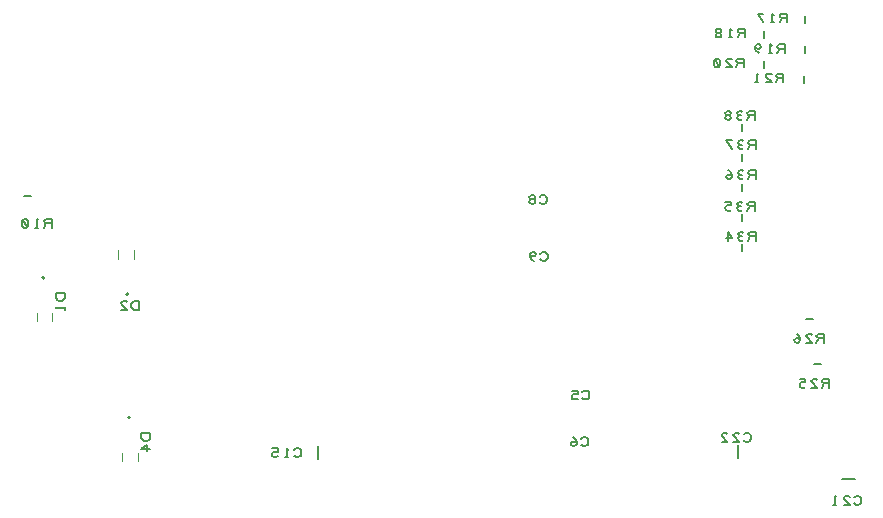
<source format=gbr>
G04 EasyPC Gerber Version 21.0.3 Build 4286 *
G04 #@! TF.Part,Single*
G04 #@! TF.FileFunction,Legend,Bot *
G04 #@! TF.FilePolarity,Positive *
%FSLAX35Y35*%
%MOIN*%
%ADD13C,0.00394*%
%ADD118C,0.00669*%
%ADD117C,0.00787*%
X0Y0D02*
D02*
D13*
X56226Y68912D02*
Y66156D01*
X61344Y68912D02*
Y66156D01*
X83392Y87022D02*
Y89778D01*
X84691Y22259D02*
Y19503D01*
X88510Y87022D02*
Y89778D01*
X89809Y22259D02*
Y19503D01*
D02*
D117*
X51935Y108085D02*
X54297D01*
X57998Y80723D02*
G75*
G03X58785I394D01*
G01*
X57998D02*
G75*
G02X58785I394D01*
G01*
X85951Y75211D02*
X86463Y34070*
G75*
G03X87250I394D01*
G01*
X86463D02*
G75*
G02X87250I394D01*
G01*
X86738Y75211D02*
G75*
G03X85951I-394D01*
G01*
X86738D02*
G75*
G02X85951I-394D01*
G01*
X87250Y34070D02*
X149848Y20389*
Y24522D01*
X290043Y20745D02*
Y24879D01*
X291293Y91993D02*
Y89631D01*
Y101993D02*
Y99631D01*
Y111993D02*
Y109631D01*
Y121993D02*
Y119631D01*
Y131993D02*
Y129631D01*
X298457Y150669D02*
Y153031D01*
X298543Y160669D02*
Y163031D01*
X311957Y145669D02*
Y148031D01*
X312207Y155669D02*
Y158031D01*
Y165669D02*
Y168031D01*
X314974Y66812D02*
X312612D01*
X317724Y51812D02*
X315362D01*
X328860Y13562D02*
X324726D01*
D02*
D118*
X61116Y97324D02*
Y100276D01*
X59394*
X58902Y100030*
X58656Y99538*
X58902Y99046*
X59394Y98800*
X61116*
X59394D02*
X58656Y97324D01*
X56687D02*
X55703D01*
X56195D02*
Y100276D01*
X56687Y99784*
X52996Y97570D02*
X52504Y97324D01*
X52012*
X51520Y97570*
X51274Y98062*
Y99538*
X51520Y100030*
X52012Y100276*
X52504*
X52996Y100030*
X53242Y99538*
Y98062*
X52996Y97570*
X51520Y100030*
X65547Y75471D02*
X62594D01*
Y73995*
X62841Y73503*
X63087Y73257*
X63579Y73011*
X64563*
X65055Y73257*
X65301Y73503*
X65547Y73995*
Y75471*
Y71042D02*
Y70058D01*
Y70550D02*
X62594D01*
X63087Y71042*
X90201Y69952D02*
Y72904D01*
X88724*
X88232Y72658*
X87986Y72412*
X87740Y71920*
Y70936*
X87986Y70444*
X88232Y70198*
X88724Y69952*
X90201*
X84295D02*
X86264D01*
X84541Y71674*
X84295Y72166*
X84541Y72658*
X85033Y72904*
X85772*
X86264Y72658*
X94012Y28818D02*
X91059D01*
Y27341*
X91305Y26849*
X91551Y26603*
X92043Y26357*
X93028*
X93520Y26603*
X93766Y26849*
X94012Y27341*
Y28818*
Y23650D02*
X91059D01*
X93028Y24881*
Y22912*
X141888Y21436D02*
X142134Y21190D01*
X142626Y20944*
X143364*
X143856Y21190*
X144102Y21436*
X144348Y21928*
Y22912*
X144102Y23404*
X143856Y23650*
X143364Y23896*
X142626*
X142134Y23650*
X141888Y23404*
X139919Y20944D02*
X138935D01*
X139427D02*
Y23896D01*
X139919Y23404*
X136474Y21190D02*
X135982Y20944D01*
X135244*
X134752Y21190*
X134506Y21682*
Y21928*
X134752Y22420*
X135244Y22666*
X136474*
Y23896*
X134506*
X223833Y105792D02*
X224079Y105546D01*
X224571Y105300*
X225309*
X225801Y105546*
X226047Y105792*
X226293Y106284*
Y107269*
X226047Y107761*
X225801Y108007*
X225309Y108253*
X224571*
X224079Y108007*
X223833Y107761*
X221618Y106776D02*
X221126D01*
X220634Y107022*
X220388Y107515*
X220634Y108007*
X221126Y108253*
X221618*
X222110Y108007*
X222356Y107515*
X222110Y107022*
X221618Y106776*
X222110Y106530*
X222356Y106038*
X222110Y105546*
X221618Y105300*
X221126*
X220634Y105546*
X220388Y106038*
X220634Y106530*
X221126Y106776*
X224083Y86792D02*
X224329Y86546D01*
X224821Y86300*
X225559*
X226051Y86546*
X226297Y86792*
X226543Y87284*
Y88269*
X226297Y88761*
X226051Y89007*
X225559Y89253*
X224821*
X224329Y89007*
X224083Y88761*
X221868Y86300D02*
X221376Y86546D01*
X220884Y87038*
X220638Y87776*
Y88515*
X220884Y89007*
X221376Y89253*
X221868*
X222360Y89007*
X222606Y88515*
X222360Y88022*
X221868Y87776*
X221376*
X220884Y88022*
X220638Y88515*
X237583Y25042D02*
X237829Y24796D01*
X238321Y24550*
X239059*
X239551Y24796*
X239797Y25042*
X240043Y25534*
Y26519*
X239797Y27011*
X239551Y27257*
X239059Y27503*
X238321*
X237829Y27257*
X237583Y27011*
X236106Y25288D02*
X235860Y25780D01*
X235368Y26026*
X234876*
X234384Y25780*
X234138Y25288*
X234384Y24796*
X234876Y24550*
X235368*
X235860Y24796*
X236106Y25288*
Y26026*
X235860Y26765*
X235368Y27257*
X234876Y27503*
X237949Y40607D02*
X238195Y40361D01*
X238687Y40115*
X239425*
X239917Y40361*
X240163Y40607*
X240409Y41099*
Y42083*
X240163Y42576*
X239917Y42822*
X239425Y43068*
X238687*
X238195Y42822*
X237949Y42576*
X236472Y40361D02*
X235980Y40115D01*
X235242*
X234750Y40361*
X234504Y40853*
Y41099*
X234750Y41591*
X235242Y41837*
X236472*
Y43068*
X234504*
X291793Y150800D02*
Y153753D01*
X290071*
X289579Y153507*
X289333Y153015*
X289579Y152522*
X290071Y152276*
X291793*
X290071D02*
X289333Y150800D01*
X285888D02*
X287856D01*
X286134Y152522*
X285888Y153015*
X286134Y153507*
X286626Y153753*
X287364*
X287856Y153507*
X283673Y151046D02*
X283181Y150800D01*
X282689*
X282197Y151046*
X281951Y151538*
Y153015*
X282197Y153507*
X282689Y153753*
X283181*
X283673Y153507*
X283919Y153015*
Y151538*
X283673Y151046*
X282197Y153507*
X292293Y160800D02*
Y163753D01*
X290571*
X290079Y163507*
X289833Y163015*
X290079Y162522*
X290571Y162276*
X292293*
X290571D02*
X289833Y160800D01*
X287864D02*
X286880D01*
X287372D02*
Y163753D01*
X287864Y163261*
X283681Y162276D02*
X283189D01*
X282697Y162522*
X282451Y163015*
X282697Y163507*
X283189Y163753*
X283681*
X284173Y163507*
X284419Y163015*
X284173Y162522*
X283681Y162276*
X284173Y162030*
X284419Y161538*
X284173Y161046*
X283681Y160800*
X283189*
X282697Y161046*
X282451Y161538*
X282697Y162030*
X283189Y162276*
X291833Y26542D02*
X292079Y26296D01*
X292571Y26050*
X293309*
X293801Y26296*
X294047Y26542*
X294293Y27034*
Y28019*
X294047Y28511*
X293801Y28757*
X293309Y29003*
X292571*
X292079Y28757*
X291833Y28511*
X288388Y26050D02*
X290356D01*
X288634Y27772*
X288388Y28265*
X288634Y28757*
X289126Y29003*
X289864*
X290356Y28757*
X284451Y26050D02*
X286419D01*
X284697Y27772*
X284451Y28265*
X284697Y28757*
X285189Y29003*
X285927*
X286419Y28757*
X295543Y103050D02*
Y106003D01*
X293821*
X293329Y105757*
X293083Y105265*
X293329Y104772*
X293821Y104526*
X295543*
X293821D02*
X293083Y103050D01*
X291360Y103296D02*
X290868Y103050D01*
X290376*
X289884Y103296*
X289638Y103788*
X289884Y104280*
X290376Y104526*
X290868*
X290376D02*
X289884Y104772D01*
X289638Y105265*
X289884Y105757*
X290376Y106003*
X290868*
X291360Y105757*
X287669Y103296D02*
X287177Y103050D01*
X286439*
X285947Y103296*
X285701Y103788*
Y104034*
X285947Y104526*
X286439Y104772*
X287669*
Y106003*
X285701*
X295543Y133300D02*
Y136253D01*
X293821*
X293329Y136007*
X293083Y135515*
X293329Y135022*
X293821Y134776*
X295543*
X293821D02*
X293083Y133300D01*
X291360Y133546D02*
X290868Y133300D01*
X290376*
X289884Y133546*
X289638Y134038*
X289884Y134530*
X290376Y134776*
X290868*
X290376D02*
X289884Y135022D01*
X289638Y135515*
X289884Y136007*
X290376Y136253*
X290868*
X291360Y136007*
X286931Y134776D02*
X286439D01*
X285947Y135022*
X285701Y135515*
X285947Y136007*
X286439Y136253*
X286931*
X287423Y136007*
X287669Y135515*
X287423Y135022*
X286931Y134776*
X287423Y134530*
X287669Y134038*
X287423Y133546*
X286931Y133300*
X286439*
X285947Y133546*
X285701Y134038*
X285947Y134530*
X286439Y134776*
X295793Y93050D02*
Y96003D01*
X294071*
X293579Y95757*
X293333Y95265*
X293579Y94772*
X294071Y94526*
X295793*
X294071D02*
X293333Y93050D01*
X291610Y93296D02*
X291118Y93050D01*
X290626*
X290134Y93296*
X289888Y93788*
X290134Y94280*
X290626Y94526*
X291118*
X290626D02*
X290134Y94772D01*
X289888Y95265*
X290134Y95757*
X290626Y96003*
X291118*
X291610Y95757*
X286689Y93050D02*
Y96003D01*
X287919Y94034*
X285951*
X295793Y113550D02*
Y116503D01*
X294071*
X293579Y116257*
X293333Y115765*
X293579Y115272*
X294071Y115026*
X295793*
X294071D02*
X293333Y113550D01*
X291610Y113796D02*
X291118Y113550D01*
X290626*
X290134Y113796*
X289888Y114288*
X290134Y114780*
X290626Y115026*
X291118*
X290626D02*
X290134Y115272D01*
X289888Y115765*
X290134Y116257*
X290626Y116503*
X291118*
X291610Y116257*
X287919Y114288D02*
X287673Y114780D01*
X287181Y115026*
X286689*
X286197Y114780*
X285951Y114288*
X286197Y113796*
X286689Y113550*
X287181*
X287673Y113796*
X287919Y114288*
Y115026*
X287673Y115765*
X287181Y116257*
X286689Y116503*
X295793Y123550D02*
Y126503D01*
X294071*
X293579Y126257*
X293333Y125765*
X293579Y125272*
X294071Y125026*
X295793*
X294071D02*
X293333Y123550D01*
X291610Y123796D02*
X291118Y123550D01*
X290626*
X290134Y123796*
X289888Y124288*
X290134Y124780*
X290626Y125026*
X291118*
X290626D02*
X290134Y125272D01*
X289888Y125765*
X290134Y126257*
X290626Y126503*
X291118*
X291610Y126257*
X287919Y123550D02*
X285951Y126503D01*
X287919*
X305043Y145800D02*
Y148753D01*
X303321*
X302829Y148507*
X302583Y148015*
X302829Y147522*
X303321Y147276*
X305043*
X303321D02*
X302583Y145800D01*
X299138D02*
X301106D01*
X299384Y147522*
X299138Y148015*
X299384Y148507*
X299876Y148753*
X300614*
X301106Y148507*
X296677Y145800D02*
X295693D01*
X296185D02*
Y148753D01*
X296677Y148261*
X305543Y155550D02*
Y158503D01*
X303821*
X303329Y158257*
X303083Y157765*
X303329Y157272*
X303821Y157026*
X305543*
X303821D02*
X303083Y155550D01*
X301114D02*
X300130D01*
X300622D02*
Y158503D01*
X301114Y158011*
X296931Y155550D02*
X296439Y155796D01*
X295947Y156288*
X295701Y157026*
Y157765*
X295947Y158257*
X296439Y158503*
X296931*
X297423Y158257*
X297669Y157765*
X297423Y157272*
X296931Y157026*
X296439*
X295947Y157272*
X295701Y157765*
X306293Y165800D02*
Y168753D01*
X304571*
X304079Y168507*
X303833Y168015*
X304079Y167522*
X304571Y167276*
X306293*
X304571D02*
X303833Y165800D01*
X301864D02*
X300880D01*
X301372D02*
Y168753D01*
X301864Y168261*
X298419Y165800D02*
X296451Y168753D01*
X298419*
X318543Y59050D02*
Y62003D01*
X316821*
X316329Y61757*
X316083Y61265*
X316329Y60772*
X316821Y60526*
X318543*
X316821D02*
X316083Y59050D01*
X312638D02*
X314606D01*
X312884Y60772*
X312638Y61265*
X312884Y61757*
X313376Y62003*
X314114*
X314606Y61757*
X310669Y59788D02*
X310423Y60280D01*
X309931Y60526*
X309439*
X308947Y60280*
X308701Y59788*
X308947Y59296*
X309439Y59050*
X309931*
X310423Y59296*
X310669Y59788*
Y60526*
X310423Y61265*
X309931Y61757*
X309439Y62003*
X320293Y44050D02*
Y47003D01*
X318571*
X318079Y46757*
X317833Y46265*
X318079Y45772*
X318571Y45526*
X320293*
X318571D02*
X317833Y44050D01*
X314388D02*
X316356D01*
X314634Y45772*
X314388Y46265*
X314634Y46757*
X315126Y47003*
X315864*
X316356Y46757*
X312419Y44296D02*
X311927Y44050D01*
X311189*
X310697Y44296*
X310451Y44788*
Y45034*
X310697Y45526*
X311189Y45772*
X312419*
Y47003*
X310451*
X328583Y5542D02*
X328829Y5296D01*
X329321Y5050*
X330059*
X330551Y5296*
X330797Y5542*
X331043Y6034*
Y7019*
X330797Y7511*
X330551Y7757*
X330059Y8003*
X329321*
X328829Y7757*
X328583Y7511*
X325138Y5050D02*
X327106D01*
X325384Y6772*
X325138Y7265*
X325384Y7757*
X325876Y8003*
X326614*
X327106Y7757*
X322677Y5050D02*
X321693D01*
X322185D02*
Y8003D01*
X322677Y7511*
X0Y0D02*
M02*

</source>
